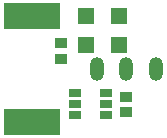
<source format=gbs>
G04*
G04 #@! TF.GenerationSoftware,Altium Limited,CircuitStudio,1.5.2 (30)*
G04*
G04 Layer_Color=8150272*
%FSLAX25Y25*%
%MOIN*%
G70*
G01*
G75*
%ADD22O,0.04737X0.07887*%
%ADD23R,0.04343X0.03556*%
%ADD24R,0.05524X0.05524*%
%ADD25R,0.18517X0.08674*%
%ADD26R,0.04343X0.03162*%
D22*
X446850Y417323D02*
D03*
X437008D02*
D03*
X427165D02*
D03*
D23*
X415354Y425787D02*
D03*
Y420669D02*
D03*
X437008Y402953D02*
D03*
Y408071D02*
D03*
D24*
X423622Y435039D02*
D03*
X434646D02*
D03*
Y425197D02*
D03*
X423622D02*
D03*
D25*
X405512Y434941D02*
D03*
Y399705D02*
D03*
D26*
X430315Y401772D02*
D03*
X420079Y409252D02*
D03*
Y405512D02*
D03*
Y401772D02*
D03*
X430315Y409252D02*
D03*
Y405512D02*
D03*
M02*

</source>
